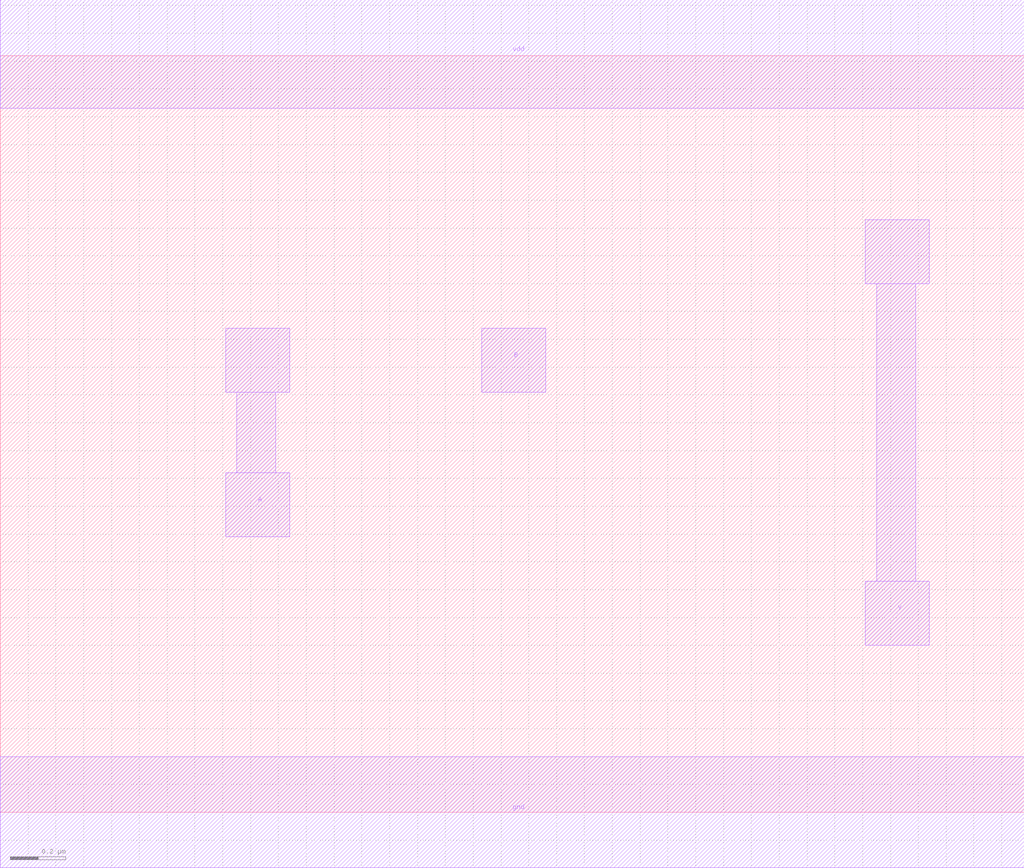
<source format=lef>
VERSION 5.7 ;
  NOWIREEXTENSIONATPIN ON ;
  DIVIDERCHAR "/" ;
  BUSBITCHARS "[]" ;
MACRO AND2X2
  CLASS CORE ;
  FOREIGN AND2X2 ;
  ORIGIN 0.000 0.000 ;
  SIZE 3.680 BY 2.720 ;
  SYMMETRY X Y R90 ;
  SITE unithd ;
  PIN vdd
    DIRECTION INOUT ;
    USE POWER ;
    SHAPE ABUTMENT ;
    PORT
      LAYER met2 ;
        RECT 0.000 2.530 3.680 2.920 ;
    END
  END vdd
  PIN gnd
    DIRECTION INOUT ;
    USE GROUND ;
    SHAPE ABUTMENT ;
    PORT
      LAYER met2 ;
        RECT 0.000 -0.200 3.680 0.200 ;
    END
  END gnd
  PIN Y
    DIRECTION INOUT ;
    USE SIGNAL ;
    SHAPE ABUTMENT ;
    PORT
      LAYER met2 ;
        RECT 3.110 1.900 3.340 2.130 ;
        RECT 3.150 0.830 3.290 1.900 ;
        RECT 3.110 0.600 3.340 0.830 ;
    END
  END Y
  PIN A
    DIRECTION INOUT ;
    USE SIGNAL ;
    SHAPE ABUTMENT ;
    PORT
      LAYER met2 ;
        RECT 0.810 1.510 1.040 1.740 ;
        RECT 0.850 1.220 0.990 1.510 ;
        RECT 0.810 0.990 1.040 1.220 ;
    END
  END A
  PIN B
    DIRECTION INOUT ;
    USE SIGNAL ;
    SHAPE ABUTMENT ;
    PORT
      LAYER met2 ;
        RECT 1.730 1.510 1.960 1.740 ;
    END
  END B
END AND2X2
END LIBRARY


</source>
